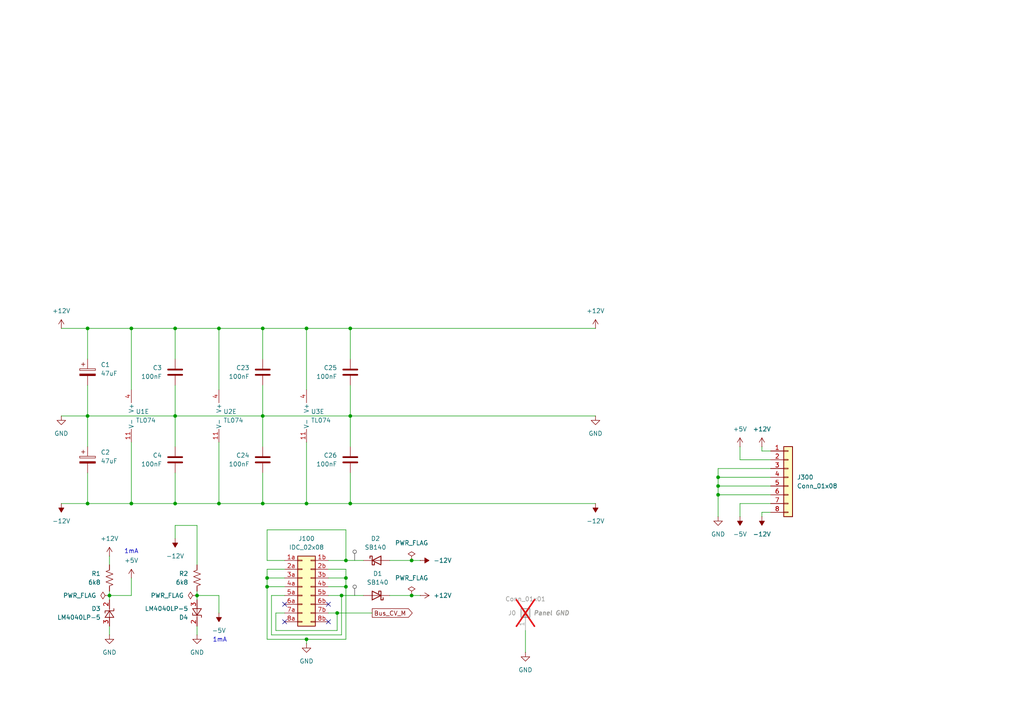
<source format=kicad_sch>
(kicad_sch (version 20250114) (generator "eeschema") (generator_version "9.0")
  (paper "A4")
  (title_block (title "Power Distribution") (company "DMH Instruments") (comment 1 "PCB for 10cm Kosmo format synthesizer module"))
  (lib_symbols
    (symbol "Amplifier_Operational:TL074" (pin_names (offset 0.127))
      (property "Reference" "U" (at 0 5.08 0))
      (property "Value" "TL074" (at 0 -5.08 0))
      (symbol "TL074_1_1"
        (polyline (pts (xy -5.08 5.08) (xy 5.08 0) (xy -5.08 -5.08) (xy -5.08 5.08)) (stroke (width 0.254)) (fill (type background)))
        (pin input line (at -7.62 2.54 0) (length 2.54) (name "+") (number "3"))
        (pin input line (at -7.62 -2.54 0) (length 2.54) (name "-") (number "2"))
        (pin output line (at 7.62 0 180) (length 2.54) (name "~") (number "1"))
      )
      (symbol "TL074_2_1"
        (polyline (pts (xy -5.08 5.08) (xy 5.08 0) (xy -5.08 -5.08) (xy -5.08 5.08)) (stroke (width 0.254)) (fill (type background)))
        (pin input line (at -7.62 2.54 0) (length 2.54) (name "+") (number "5"))
        (pin input line (at -7.62 -2.54 0) (length 2.54) (name "-") (number "6"))
        (pin output line (at 7.62 0 180) (length 2.54) (name "~") (number "7"))
      )
      (symbol "TL074_3_1"
        (polyline (pts (xy -5.08 5.08) (xy 5.08 0) (xy -5.08 -5.08) (xy -5.08 5.08)) (stroke (width 0.254)) (fill (type background)))
        (pin input line (at -7.62 2.54 0) (length 2.54) (name "+") (number "10"))
        (pin input line (at -7.62 -2.54 0) (length 2.54) (name "-") (number "9"))
        (pin output line (at 7.62 0 180) (length 2.54) (name "~") (number "8"))
      )
      (symbol "TL074_4_1"
        (polyline (pts (xy -5.08 5.08) (xy 5.08 0) (xy -5.08 -5.08) (xy -5.08 5.08)) (stroke (width 0.254)) (fill (type background)))
        (pin input line (at -7.62 2.54 0) (length 2.54) (name "+") (number "12"))
        (pin input line (at -7.62 -2.54 0) (length 2.54) (name "-") (number "13"))
        (pin output line (at 7.62 0 180) (length 2.54) (name "~") (number "14"))
      )
      (symbol "TL074_5_1"
        (pin power_in line (at -2.54 7.62 270) (length 3.81) (name "V+") (number "4"))
        (pin power_in line (at -2.54 -7.62 90) (length 3.81) (name "V-") (number "11"))
      )
    )
    (symbol "Connector_Generic:Conn_01x01" (pin_names (offset 1.016) (hide yes))
      (property "Reference" "J" (at 0 2.54 0))
      (property "Value" "Conn_01x01" (at 0 -2.54 0))
      (symbol "Conn_01x01_1_1"
        (rectangle (start -1.27 1.27) (end 1.27 -1.27) (stroke (width 0.254)) (fill (type background)))
        (rectangle (start -1.27 0.127) (end 0 -0.127) (stroke (width 0.1524)))
        (pin passive line (at -5.08 0 0) (length 3.81) (name "Pin_1") (number "1"))
      )
    )
    (symbol "Connector_Generic:Conn_01x08" (pin_names (offset 1.016) (hide yes))
      (property "Reference" "J" (at 0 10.16 0))
      (property "Value" "Conn_01x08" (at 0 -12.7 0))
      (symbol "Conn_01x08_1_1"
        (rectangle (start -1.27 8.89) (end 1.27 -11.43) (stroke (width 0.254)) (fill (type background)))
        (rectangle (start -1.27 7.747) (end 0 7.493) (stroke (width 0.1524)))
        (rectangle (start -1.27 5.207) (end 0 4.953) (stroke (width 0.1524)))
        (rectangle (start -1.27 2.667) (end 0 2.413) (stroke (width 0.1524)))
        (rectangle (start -1.27 0.127) (end 0 -0.127) (stroke (width 0.1524)))
        (rectangle (start -1.27 -2.413) (end 0 -2.667) (stroke (width 0.1524)))
        (rectangle (start -1.27 -4.953) (end 0 -5.207) (stroke (width 0.1524)))
        (rectangle (start -1.27 -7.493) (end 0 -7.747) (stroke (width 0.1524)))
        (rectangle (start -1.27 -10.033) (end 0 -10.287) (stroke (width 0.1524)))
        (pin passive line (at -5.08 7.62 0) (length 3.81) (name "Pin_1") (number "1"))
        (pin passive line (at -5.08 5.08 0) (length 3.81) (name "Pin_2") (number "2"))
        (pin passive line (at -5.08 2.54 0) (length 3.81) (name "Pin_3") (number "3"))
        (pin passive line (at -5.08 0 0) (length 3.81) (name "Pin_4") (number "4"))
        (pin passive line (at -5.08 -2.54 0) (length 3.81) (name "Pin_5") (number "5"))
        (pin passive line (at -5.08 -5.08 0) (length 3.81) (name "Pin_6") (number "6"))
        (pin passive line (at -5.08 -7.62 0) (length 3.81) (name "Pin_7") (number "7"))
        (pin passive line (at -5.08 -10.16 0) (length 3.81) (name "Pin_8") (number "8"))
      )
    )
    (symbol "Device:C" (pin_numbers (hide yes)) (pin_names (offset 0.254))
      (property "Reference" "C" (at 0.635 2.54 0))
      (property "Value" "C" (at 0.635 -2.54 0))
      (symbol "C_0_1"
        (polyline (pts (xy -2.032 0.762) (xy 2.032 0.762)) (stroke (width 0.508)))
        (polyline (pts (xy -2.032 -0.762) (xy 2.032 -0.762)) (stroke (width 0.508)))
      )
      (symbol "C_1_1"
        (pin passive line (at 0 3.81 270) (length 2.794) (name "~") (number "1"))
        (pin passive line (at 0 -3.81 90) (length 2.794) (name "~") (number "2"))
      )
    )
    (symbol "Device:C_Polarized" (pin_numbers (hide yes)) (pin_names (offset 0.254))
      (property "Reference" "C" (at 0.635 2.54 0))
      (property "Value" "C_Polarized" (at 0.635 -2.54 0))
      (symbol "C_Polarized_0_1"
        (rectangle (start -2.286 0.508) (end 2.286 1.016))
        (polyline (pts (xy -1.778 2.286) (xy -0.762 2.286)))
        (polyline (pts (xy -1.27 2.794) (xy -1.27 1.778)))
        (rectangle (start 2.286 -0.508) (end -2.286 -1.016) (fill (type outline)))
      )
      (symbol "C_Polarized_1_1"
        (pin passive line (at 0 3.81 270) (length 2.794) (name "~") (number "1"))
        (pin passive line (at 0 -3.81 90) (length 2.794) (name "~") (number "2"))
      )
    )
    (symbol "Device:R_US" (pin_numbers (hide yes)) (pin_names (offset 0))
      (property "Reference" "R" (at 2.54 0 90))
      (property "Value" "R_US" (at -2.54 0 90))
      (symbol "R_US_0_1"
        (polyline (pts (xy 0 2.286) (xy 0 2.54)))
        (polyline (pts (xy 0 2.286) (xy 1.016 1.905) (xy 0 1.524) (xy -1.016 1.143) (xy 0 0.762)))
        (polyline (pts (xy 0 0.762) (xy 1.016 0.381) (xy 0 0) (xy -1.016 -0.381) (xy 0 -0.762)))
        (polyline (pts (xy 0 -0.762) (xy 1.016 -1.143) (xy 0 -1.524) (xy -1.016 -1.905) (xy 0 -2.286)))
        (polyline (pts (xy 0 -2.286) (xy 0 -2.54)))
      )
      (symbol "R_US_1_1"
        (pin passive line (at 0 3.81 270) (length 1.27) (name "~") (number "1"))
        (pin passive line (at 0 -3.81 90) (length 1.27) (name "~") (number "2"))
      )
    )
    (symbol "Diode:SB140" (pin_numbers (hide yes)) (pin_names (offset 1.016) (hide yes))
      (property "Reference" "D" (at 0 2.54 0))
      (property "Value" "SB140" (at 0 -2.54 0))
      (symbol "SB140_0_1"
        (polyline (pts (xy -1.905 0.635) (xy -1.905 1.27) (xy -1.27 1.27) (xy -1.27 -1.27) (xy -0.635 -1.27) (xy -0.635 -0.635)) (stroke (width 0.254)))
        (polyline (pts (xy 1.27 1.27) (xy 1.27 -1.27) (xy -1.27 0) (xy 1.27 1.27)) (stroke (width 0.254)))
        (polyline (pts (xy 1.27 0) (xy -1.27 0)))
      )
      (symbol "SB140_1_1"
        (pin passive line (at -3.81 0 0) (length 2.54) (name "K") (number "1"))
        (pin passive line (at 3.81 0 180) (length 2.54) (name "A") (number "2"))
      )
    )
    (symbol "Reference_Voltage:LM4040LP-5" (pin_names (offset 0.0254) (hide yes))
      (property "Reference" "U" (at 0 2.54 0))
      (property "Value" "LM4040LP-5" (at 0 -3.175 0))
      (symbol "LM4040LP-5_0_1"
        (polyline (pts (xy -1.27 0) (xy 0 0) (xy 1.27 0)))
        (polyline (pts (xy -1.27 -1.27) (xy 0.635 0) (xy -1.27 1.27) (xy -1.27 -1.27)) (stroke (width 0.2032)))
        (polyline (pts (xy 0 -1.27) (xy 0.635 -1.27) (xy 0.635 1.27) (xy 1.27 1.27)) (stroke (width 0.2032)))
      )
      (symbol "LM4040LP-5_1_1"
        (pin passive line (at -3.81 0 0) (length 2.54) (name "A") (number "3"))
        (pin passive line (at 3.81 0 180) (length 2.54) (name "K") (number "2"))
      )
    )
    (symbol "SynthStuff:Eurorack_Power_Connector_16Pin" (pin_names (offset 1.016) (hide yes))
      (property "Reference" "J" (at 1.27 -16.51 0))
      (property "Value" "IDC_02x08" (at 1.27 -13.97 0))
      (symbol "Eurorack_Power_Connector_16Pin_1_1"
        (rectangle (start -1.27 8.89) (end 3.81 -11.43) (stroke (width 0.254)) (fill (type background)))
        (rectangle (start -1.27 7.747) (end 0 7.493) (stroke (width 0.1524)))
        (rectangle (start -1.27 5.207) (end 0 4.953) (stroke (width 0.1524)))
        (rectangle (start -1.27 2.667) (end 0 2.413) (stroke (width 0.1524)))
        (rectangle (start -1.27 0.127) (end 0 -0.127) (stroke (width 0.1524)))
        (rectangle (start -1.27 -2.413) (end 0 -2.667) (stroke (width 0.1524)))
        (rectangle (start -1.27 -4.953) (end 0 -5.207) (stroke (width 0.1524)))
        (rectangle (start -1.27 -7.493) (end 0 -7.747) (stroke (width 0.1524)))
        (rectangle (start -1.27 -10.033) (end 0 -10.287) (stroke (width 0.1524)))
        (rectangle (start 3.81 7.747) (end 2.54 7.493) (stroke (width 0.1524)))
        (rectangle (start 3.81 5.207) (end 2.54 4.953) (stroke (width 0.1524)))
        (rectangle (start 3.81 2.667) (end 2.54 2.413) (stroke (width 0.1524)))
        (rectangle (start 3.81 0.127) (end 2.54 -0.127) (stroke (width 0.1524)))
        (rectangle (start 3.81 -2.413) (end 2.54 -2.667) (stroke (width 0.1524)))
        (rectangle (start 3.81 -4.953) (end 2.54 -5.207) (stroke (width 0.1524)))
        (rectangle (start 3.81 -7.493) (end 2.54 -7.747) (stroke (width 0.1524)))
        (rectangle (start 3.81 -10.033) (end 2.54 -10.287) (stroke (width 0.1524)))
        (pin power_out line (at -5.08 7.62 0) (length 3.81) (name "Pin_1a") (number "1a"))
        (pin power_out line (at -5.08 5.08 0) (length 3.81) (name "Pin_2a") (number "2a"))
        (pin passive line (at -5.08 2.54 0) (length 3.81) (name "Pin_3a") (number "3a"))
        (pin passive line (at -5.08 0 0) (length 3.81) (name "Pin_4a") (number "4a"))
        (pin power_out line (at -5.08 -2.54 0) (length 3.81) (name "Pin_5a") (number "5a"))
        (pin power_out line (at -5.08 -5.08 0) (length 3.81) (name "Pin_6a") (number "6a"))
        (pin passive line (at -5.08 -7.62 0) (length 3.81) (name "Pin_7a") (number "7a"))
        (pin passive line (at -5.08 -10.16 0) (length 3.81) (name "Pin_8a") (number "8a"))
        (pin passive line (at 7.62 7.62 180) (length 3.81) (name "Pin_1b") (number "1b"))
        (pin passive line (at 7.62 5.08 180) (length 3.81) (name "Pin_2b") (number "2b"))
        (pin passive line (at 7.62 2.54 180) (length 3.81) (name "Pin_3b") (number "3b"))
        (pin passive line (at 7.62 0 180) (length 3.81) (name "Pin_4b") (number "4b"))
        (pin passive line (at 7.62 -2.54 180) (length 3.81) (name "Pin_5b") (number "5b"))
        (pin passive line (at 7.62 -5.08 180) (length 3.81) (name "Pin_6b") (number "6b"))
        (pin passive line (at 7.62 -7.62 180) (length 3.81) (name "Pin_7b") (number "7b"))
        (pin passive line (at 7.62 -10.16 180) (length 3.81) (name "Pin_8b") (number "8b"))
      )
    )
    (symbol "power:+12V" (power) (pin_numbers (hide yes)) (pin_names (offset 0) (hide yes))
      (property "Value" "+12V" (at 0 3.556 0))
      (symbol "+12V_0_1"
        (polyline (pts (xy -0.762 1.27) (xy 0 2.54)))
        (polyline (pts (xy 0 2.54) (xy 0.762 1.27)))
        (polyline (pts (xy 0 0) (xy 0 2.54)))
      )
      (symbol "+12V_1_1"
        (pin power_in line (at 0 0 90) (length 0) (name "~") (number "1"))
      )
    )
    (symbol "power:+5V" (power) (pin_numbers (hide yes)) (pin_names (offset 0) (hide yes))
      (property "Value" "+5V" (at 0 3.556 0))
      (symbol "+5V_0_1"
        (polyline (pts (xy -0.762 1.27) (xy 0 2.54)))
        (polyline (pts (xy 0 2.54) (xy 0.762 1.27)))
        (polyline (pts (xy 0 0) (xy 0 2.54)))
      )
      (symbol "+5V_1_1"
        (pin power_in line (at 0 0 90) (length 0) (name "~") (number "1"))
      )
    )
    (symbol "power:-12V" (power) (pin_numbers (hide yes)) (pin_names (offset 0) (hide yes))
      (property "Value" "-12V" (at 0 3.556 0))
      (symbol "-12V_0_0"
        (pin power_in line (at 0 0 90) (length 0) (name "~") (number "1"))
      )
      (symbol "-12V_0_1"
        (polyline (pts (xy 0 0) (xy 0 1.27) (xy 0.762 1.27) (xy 0 2.54) (xy -0.762 1.27) (xy 0 1.27)) (fill (type outline)))
      )
    )
    (symbol "power:-5V" (power) (pin_numbers (hide yes)) (pin_names (offset 0) (hide yes))
      (property "Value" "-5V" (at 0 3.556 0))
      (symbol "-5V_0_0"
        (pin power_in line (at 0 0 90) (length 0) (name "~") (number "1"))
      )
      (symbol "-5V_0_1"
        (polyline (pts (xy 0 0) (xy 0 1.27) (xy 0.762 1.27) (xy 0 2.54) (xy -0.762 1.27) (xy 0 1.27)) (fill (type outline)))
      )
    )
    (symbol "power:GND" (power) (pin_numbers (hide yes)) (pin_names (offset 0) (hide yes))
      (property "Value" "GND" (at 0 -3.81 0))
      (symbol "GND_0_1"
        (polyline (pts (xy 0 0) (xy 0 -1.27) (xy 1.27 -1.27) (xy 0 -2.54) (xy -1.27 -1.27) (xy 0 -1.27)))
      )
      (symbol "GND_1_1"
        (pin power_in line (at 0 0 270) (length 0) (name "~") (number "1"))
      )
    )
    (symbol "power:PWR_FLAG" (power) (pin_numbers (hide yes)) (pin_names (offset 0) (hide yes))
      (property "Value" "PWR_FLAG" (at 0 3.81 0))
      (symbol "PWR_FLAG_0_0"
        (pin power_out line (at 0 0 90) (length 0) (name "~") (number "1"))
      )
      (symbol "PWR_FLAG_0_1"
        (polyline (pts (xy 0 0) (xy 0 1.27) (xy -1.016 1.905) (xy 0 2.54) (xy 1.016 1.905) (xy 0 1.27)))
      )
    )
  )
  (text "1mA" (at 63.754 185.674 0) (effects (font (size 1.27 1.27))))
  (text "1mA" (at 38.1 160.02 0) (effects (font (size 1.27 1.27))))
  (junction (at 119.38 162.56))
  (junction (at 101.6 120.65))
  (junction (at 208.28 138.43))
  (junction (at 76.2 95.25))
  (junction (at 50.8 120.65))
  (junction (at 25.4 146.05))
  (junction (at 208.28 140.97))
  (junction (at 50.8 146.05))
  (junction (at 88.9 146.05))
  (junction (at 101.6 146.05))
  (junction (at 208.28 143.51))
  (junction (at 38.1 146.05))
  (junction (at 99.06 172.72))
  (junction (at 38.1 95.25))
  (junction (at 88.9 95.25))
  (junction (at 57.15 172.72))
  (junction (at 119.38 172.72))
  (junction (at 31.75 172.72))
  (junction (at 50.8 95.25))
  (junction (at 88.9 185.42))
  (junction (at 97.79 177.8))
  (junction (at 25.4 120.65))
  (junction (at 63.5 95.25))
  (junction (at 100.33 167.64))
  (junction (at 101.6 95.25))
  (junction (at 100.33 170.18))
  (junction (at 76.2 146.05))
  (junction (at 76.2 120.65))
  (junction (at 77.47 170.18))
  (junction (at 100.33 162.56))
  (junction (at 25.4 95.25))
  (junction (at 63.5 146.05))
  (junction (at 77.47 167.64))
  (no_connect (at 95.25 180.34))
  (no_connect (at 82.55 175.26))
  (no_connect (at 95.25 175.26))
  (no_connect (at 82.55 180.34))
  (wire (pts (xy 76.2 111.76) (xy 76.2 120.65)))
  (wire (pts (xy 77.47 153.67) (xy 100.33 153.67)))
  (wire (pts (xy 220.98 129.54) (xy 220.98 130.81)))
  (wire (pts (xy 97.79 177.8) (xy 107.95 177.8)))
  (wire (pts (xy 25.4 146.05) (xy 38.1 146.05)))
  (wire (pts (xy 100.33 165.1) (xy 100.33 167.64)))
  (wire (pts (xy 214.63 129.54) (xy 214.63 133.35)))
  (wire (pts (xy 208.28 143.51) (xy 208.28 140.97)))
  (wire (pts (xy 76.2 137.16) (xy 76.2 146.05)))
  (wire (pts (xy 99.06 184.15) (xy 78.74 184.15)))
  (wire (pts (xy 63.5 172.72) (xy 57.15 172.72)))
  (wire (pts (xy 95.25 172.72) (xy 99.06 172.72)))
  (wire (pts (xy 77.47 162.56) (xy 77.47 153.67)))
  (wire (pts (xy 63.5 95.25) (xy 76.2 95.25)))
  (wire (pts (xy 17.78 120.65) (xy 25.4 120.65)))
  (wire (pts (xy 76.2 120.65) (xy 101.6 120.65)))
  (wire (pts (xy 208.28 140.97) (xy 223.52 140.97)))
  (wire (pts (xy 100.33 170.18) (xy 95.25 170.18)))
  (wire (pts (xy 82.55 177.8) (xy 80.01 177.8)))
  (wire (pts (xy 38.1 146.05) (xy 50.8 146.05)))
  (wire (pts (xy 38.1 172.72) (xy 31.75 172.72)))
  (wire (pts (xy 101.6 95.25) (xy 172.72 95.25)))
  (wire (pts (xy 57.15 181.61) (xy 57.15 184.15)))
  (wire (pts (xy 63.5 95.25) (xy 63.5 113.03)))
  (wire (pts (xy 31.75 171.45) (xy 31.75 172.72)))
  (wire (pts (xy 113.03 172.72) (xy 119.38 172.72)))
  (wire (pts (xy 76.2 120.65) (xy 76.2 129.54)))
  (wire (pts (xy 88.9 95.25) (xy 88.9 113.03)))
  (wire (pts (xy 97.79 182.88) (xy 97.79 177.8)))
  (wire (pts (xy 77.47 167.64) (xy 77.47 170.18)))
  (wire (pts (xy 38.1 128.27) (xy 38.1 146.05)))
  (wire (pts (xy 25.4 95.25) (xy 25.4 104.14)))
  (wire (pts (xy 100.33 162.56) (xy 105.41 162.56)))
  (wire (pts (xy 76.2 95.25) (xy 88.9 95.25)))
  (wire (pts (xy 208.28 138.43) (xy 208.28 135.89)))
  (wire (pts (xy 208.28 140.97) (xy 208.28 138.43)))
  (wire (pts (xy 119.38 162.56) (xy 121.92 162.56)))
  (wire (pts (xy 17.78 95.25) (xy 25.4 95.25)))
  (wire (pts (xy 31.75 172.72) (xy 31.75 173.99)))
  (wire (pts (xy 100.33 185.42) (xy 100.33 170.18)))
  (wire (pts (xy 31.75 181.61) (xy 31.75 184.15)))
  (wire (pts (xy 38.1 95.25) (xy 50.8 95.25)))
  (wire (pts (xy 63.5 172.72) (xy 63.5 177.8)))
  (wire (pts (xy 76.2 146.05) (xy 88.9 146.05)))
  (wire (pts (xy 214.63 133.35) (xy 223.52 133.35)))
  (wire (pts (xy 25.4 95.25) (xy 38.1 95.25)))
  (wire (pts (xy 50.8 120.65) (xy 50.8 129.54)))
  (wire (pts (xy 208.28 138.43) (xy 223.52 138.43)))
  (wire (pts (xy 220.98 149.86) (xy 220.98 148.59)))
  (wire (pts (xy 208.28 135.89) (xy 223.52 135.89)))
  (wire (pts (xy 38.1 95.25) (xy 38.1 113.03)))
  (wire (pts (xy 152.4 182.88) (xy 152.4 189.23)))
  (wire (pts (xy 50.8 120.65) (xy 76.2 120.65)))
  (wire (pts (xy 88.9 185.42) (xy 88.9 186.69)))
  (wire (pts (xy 119.38 172.72) (xy 121.92 172.72)))
  (wire (pts (xy 78.74 184.15) (xy 78.74 172.72)))
  (wire (pts (xy 50.8 152.4) (xy 50.8 156.21)))
  (wire (pts (xy 82.55 170.18) (xy 77.47 170.18)))
  (wire (pts (xy 101.6 111.76) (xy 101.6 120.65)))
  (wire (pts (xy 82.55 162.56) (xy 77.47 162.56)))
  (wire (pts (xy 31.75 161.29) (xy 31.75 163.83)))
  (wire (pts (xy 25.4 111.76) (xy 25.4 120.65)))
  (wire (pts (xy 220.98 148.59) (xy 223.52 148.59)))
  (wire (pts (xy 77.47 170.18) (xy 77.47 185.42)))
  (wire (pts (xy 25.4 120.65) (xy 25.4 129.54)))
  (wire (pts (xy 77.47 165.1) (xy 77.47 167.64)))
  (wire (pts (xy 57.15 172.72) (xy 57.15 173.99)))
  (wire (pts (xy 101.6 95.25) (xy 101.6 104.14)))
  (wire (pts (xy 220.98 130.81) (xy 223.52 130.81)))
  (wire (pts (xy 38.1 167.64) (xy 38.1 172.72)))
  (wire (pts (xy 57.15 152.4) (xy 50.8 152.4)))
  (wire (pts (xy 82.55 165.1) (xy 77.47 165.1)))
  (wire (pts (xy 99.06 172.72) (xy 105.41 172.72)))
  (wire (pts (xy 50.8 95.25) (xy 63.5 95.25)))
  (wire (pts (xy 80.01 177.8) (xy 80.01 182.88)))
  (wire (pts (xy 101.6 137.16) (xy 101.6 146.05)))
  (wire (pts (xy 80.01 182.88) (xy 97.79 182.88)))
  (wire (pts (xy 57.15 152.4) (xy 57.15 163.83)))
  (wire (pts (xy 57.15 171.45) (xy 57.15 172.72)))
  (wire (pts (xy 50.8 95.25) (xy 50.8 104.14)))
  (wire (pts (xy 63.5 128.27) (xy 63.5 146.05)))
  (wire (pts (xy 214.63 149.86) (xy 214.63 146.05)))
  (wire (pts (xy 208.28 143.51) (xy 223.52 143.51)))
  (wire (pts (xy 95.25 177.8) (xy 97.79 177.8)))
  (wire (pts (xy 101.6 120.65) (xy 172.72 120.65)))
  (wire (pts (xy 25.4 137.16) (xy 25.4 146.05)))
  (wire (pts (xy 100.33 153.67) (xy 100.33 162.56)))
  (wire (pts (xy 113.03 162.56) (xy 119.38 162.56)))
  (wire (pts (xy 99.06 172.72) (xy 99.06 184.15)))
  (wire (pts (xy 88.9 185.42) (xy 100.33 185.42)))
  (wire (pts (xy 95.25 162.56) (xy 100.33 162.56)))
  (wire (pts (xy 50.8 146.05) (xy 63.5 146.05)))
  (wire (pts (xy 100.33 167.64) (xy 100.33 170.18)))
  (wire (pts (xy 50.8 137.16) (xy 50.8 146.05)))
  (wire (pts (xy 17.78 146.05) (xy 25.4 146.05)))
  (wire (pts (xy 77.47 185.42) (xy 88.9 185.42)))
  (wire (pts (xy 101.6 146.05) (xy 172.72 146.05)))
  (wire (pts (xy 50.8 111.76) (xy 50.8 120.65)))
  (wire (pts (xy 88.9 128.27) (xy 88.9 146.05)))
  (wire (pts (xy 63.5 146.05) (xy 76.2 146.05)))
  (wire (pts (xy 214.63 146.05) (xy 223.52 146.05)))
  (wire (pts (xy 88.9 146.05) (xy 101.6 146.05)))
  (wire (pts (xy 95.25 167.64) (xy 100.33 167.64)))
  (wire (pts (xy 101.6 120.65) (xy 101.6 129.54)))
  (wire (pts (xy 95.25 165.1) (xy 100.33 165.1)))
  (wire (pts (xy 208.28 149.86) (xy 208.28 143.51)))
  (wire (pts (xy 76.2 95.25) (xy 76.2 104.14)))
  (wire (pts (xy 82.55 167.64) (xy 77.47 167.64)))
  (wire (pts (xy 25.4 120.65) (xy 50.8 120.65)))
  (wire (pts (xy 88.9 95.25) (xy 101.6 95.25)))
  (wire (pts (xy 78.74 172.72) (xy 82.55 172.72)))
  (global_label "Bus_CV_M" (shape output) (at 107.95 177.8 0) (property "Intersheetrefs" "${INTERSHEET_REFS}" (effects (hide yes))))
  (netclass_flag "" (length 2.54) (shape round) (at 102.87 162.56 0) (property "Netclass" "Power" (effects (hide yes))))
  (netclass_flag "" (length 2.54) (shape round) (at 102.87 172.72 0) (property "Netclass" "Power" (effects (hide yes))))
  (symbol (lib_id "Device:C") (at 76.2 107.95 0) (mirror y) (unit 1)
    (property "Reference" "C23" (at 72.39 106.6799 0) (effects (justify left)))
    (property "Value" "100nF" (at 72.39 109.2199 0) (effects (justify left)))
    (property "Footprint" "Capacitor_THT:C_Disc_D4.3mm_W1.9mm_P5.00mm" (effects (hide yes)))
    (property "Description" "Unpolarized capacitor" (effects (hide yes)))
  )
  (symbol (lib_id "Diode:SB140") (at 109.22 162.56 0) (unit 1)
    (property "Reference" "D2" (at 108.9025 156.21 0))
    (property "Value" "SB140" (at 108.9025 158.75 0))
    (property "Footprint" "Diode_THT:D_DO-41_SOD81_P10.16mm_Horizontal" (effects (hide yes)))
    (property "Datasheet" "http://www.diodes.com/_files/datasheets/ds23022.pdf" (effects (hide yes)))
    (property "Description" "40V 1A Schottky Barrier Rectifier Diode, DO-41" (effects (hide yes)))
  )
  (symbol (lib_id "Device:C_Polarized") (at 25.4 133.35 0) (unit 1)
    (property "Reference" "C2" (at 29.21 131.1909 0) (effects (justify left)))
    (property "Value" "47uF" (at 29.21 133.7309 0) (effects (justify left)))
    (property "Footprint" "Capacitor_THT:CP_Radial_D5.0mm_P2.00mm" (effects (hide yes)))
    (property "Description" "Polarized capacitor" (effects (hide yes)))
  )
  (symbol (lib_id "Connector_Generic:Conn_01x08") (at 228.6 138.43 0) (unit 1) (on_board no)
    (property "Reference" "J300" (at 231.14 138.4299 0) (effects (justify left)))
    (property "Value" "Conn_01x08" (at 231.14 140.9699 0) (effects (justify left)))
    (property "Footprint" "Connector_PinHeader_2.54mm:PinHeader_1x08_P2.54mm_Vertical" (effects (hide yes)))
    (property "Description" "Generic connector, single row, 01x08, script generated (kicad-library-utils/schlib/autogen/connector/)" (effects (hide yes)))
  )
  (symbol (lib_id "Device:C") (at 101.6 107.95 0) (mirror y) (unit 1)
    (property "Reference" "C25" (at 97.79 106.6799 0) (effects (justify left)))
    (property "Value" "100nF" (at 97.79 109.2199 0) (effects (justify left)))
    (property "Footprint" "Capacitor_THT:C_Disc_D4.3mm_W1.9mm_P5.00mm" (effects (hide yes)))
    (property "Description" "Unpolarized capacitor" (effects (hide yes)))
  )
  (symbol (lib_id "power:+12V") (at 17.78 95.25 0) (unit 1)
    (property "Reference" "#PWR013" (effects (hide yes)))
    (property "Value" "+12V" (at 17.78 90.17 0))
    (property "Description" "Power symbol creates a global label with name \"+12V\"" (effects (hide yes)))
  )
  (symbol (lib_id "Reference_Voltage:LM4040LP-5") (at 57.15 177.8 270) (unit 1)
    (property "Reference" "D4" (at 54.61 179.0701 90) (effects (justify right)))
    (property "Value" "LM4040LP-5" (at 54.61 176.5301 90) (effects (justify right)))
    (property "Footprint" "Package_TO_SOT_THT:TO-92_Inline" (effects (hide yes)))
    (property "Datasheet" "http://www.ti.com/lit/ds/symlink/lm4040-n.pdf" (effects (hide yes)))
    (property "Description" "5.000V Precision Micropower Shunt Voltage Reference, TO-92" (effects (hide yes)))
  )
  (symbol (lib_id "power:GND") (at 88.9 186.69 0) (unit 1)
    (property "Reference" "#PWR05" (effects (hide yes)))
    (property "Value" "GND" (at 88.9 191.77 0))
    (property "Description" "Power symbol creates a global label with name \"GND\" , ground" (effects (hide yes)))
  )
  (symbol (lib_id "Device:C") (at 76.2 133.35 0) (mirror y) (unit 1)
    (property "Reference" "C24" (at 72.39 132.0799 0) (effects (justify left)))
    (property "Value" "100nF" (at 72.39 134.6199 0) (effects (justify left)))
    (property "Footprint" "Capacitor_THT:C_Disc_D4.3mm_W1.9mm_P5.00mm" (effects (hide yes)))
    (property "Description" "Unpolarized capacitor" (effects (hide yes)))
  )
  (symbol (lib_id "power:+12V") (at 220.98 129.54 0) (unit 1)
    (property "Reference" "#PWR075" (effects (hide yes)))
    (property "Value" "+12V" (at 220.98 124.46 0))
    (property "Description" "Power symbol creates a global label with name \"+12V\"" (effects (hide yes)))
  )
  (symbol (lib_id "power:-12V") (at 121.92 162.56 270) (unit 1)
    (property "Reference" "#PWR06" (effects (hide yes)))
    (property "Value" "-12V" (at 125.73 162.5599 90) (effects (justify left)))
    (property "Description" "Power symbol creates a global label with name \"-12V\"" (effects (hide yes)))
  )
  (symbol (lib_id "Device:C") (at 50.8 133.35 0) (mirror y) (unit 1)
    (property "Reference" "C4" (at 46.99 132.0799 0) (effects (justify left)))
    (property "Value" "100nF" (at 46.99 134.6199 0) (effects (justify left)))
    (property "Footprint" "Capacitor_THT:C_Disc_D4.3mm_W1.9mm_P5.00mm" (effects (hide yes)))
    (property "Description" "Unpolarized capacitor" (effects (hide yes)))
  )
  (symbol (lib_id "power:-12V") (at 17.78 146.05 180) (unit 1)
    (property "Reference" "#PWR017" (effects (hide yes)))
    (property "Value" "-12V" (at 17.78 151.13 0))
    (property "Description" "Power symbol creates a global label with name \"-12V\"" (effects (hide yes)))
  )
  (symbol (lib_id "Device:R_US") (at 31.75 167.64 0) (mirror y) (unit 1) (on_board no)
    (property "Reference" "R1" (at 29.21 166.3699 0) (effects (justify left)))
    (property "Value" "6k8" (at 29.21 168.9099 0) (effects (justify left)))
    (property "Footprint" "Resistor_THT:R_Axial_DIN0207_L6.3mm_D2.5mm_P7.62mm_Horizontal" (effects (hide yes)))
    (property "Description" "Resistor, US symbol" (effects (hide yes)))
  )
  (symbol (lib_id "Device:C") (at 50.8 107.95 0) (mirror y) (unit 1)
    (property "Reference" "C3" (at 46.99 106.6799 0) (effects (justify left)))
    (property "Value" "100nF" (at 46.99 109.2199 0) (effects (justify left)))
    (property "Footprint" "Capacitor_THT:C_Disc_D4.3mm_W1.9mm_P5.00mm" (effects (hide yes)))
    (property "Description" "Unpolarized capacitor" (effects (hide yes)))
  )
  (symbol (lib_id "Device:C") (at 101.6 133.35 0) (mirror y) (unit 1)
    (property "Reference" "C26" (at 97.79 132.0799 0) (effects (justify left)))
    (property "Value" "100nF" (at 97.79 134.6199 0) (effects (justify left)))
    (property "Footprint" "Capacitor_THT:C_Disc_D4.3mm_W1.9mm_P5.00mm" (effects (hide yes)))
    (property "Description" "Unpolarized capacitor" (effects (hide yes)))
  )
  (symbol (lib_id "power:GND") (at 152.4 189.23 0) (unit 1)
    (property "Reference" "#PWR08" (effects (hide yes)))
    (property "Value" "GND" (at 152.4 194.31 0))
    (property "Description" "Power symbol creates a global label with name \"GND\" , ground" (effects (hide yes)))
  )
  (symbol (lib_id "power:GND") (at 57.15 184.15 0) (unit 1)
    (property "Reference" "#PWR010" (effects (hide yes)))
    (property "Value" "GND" (at 57.15 189.23 0))
    (property "Description" "Power symbol creates a global label with name \"GND\" , ground" (effects (hide yes)))
  )
  (symbol (lib_id "Amplifier_Operational:TL074") (at 66.04 120.65 0) (unit 5)
    (property "Reference" "U2" (at 64.77 119.3799 0) (effects (justify left)))
    (property "Value" "TL074" (at 64.77 121.9199 0) (effects (justify left)))
    (property "Footprint" "Package_DIP:DIP-14_W7.62mm_Socket" (effects (hide yes)))
    (property "Datasheet" "http://www.ti.com/lit/ds/symlink/tl071.pdf" (effects (hide yes)))
    (property "Description" "Quad Low-Noise JFET-Input Operational Amplifiers, DIP-14/SOIC-14" (effects (hide yes)))
  )
  (symbol (lib_id "power:-5V") (at 63.5 177.8 180) (unit 1)
    (property "Reference" "#PWR04" (effects (hide yes)))
    (property "Value" "-5V" (at 63.5 182.88 0))
    (property "Description" "Power symbol creates a global label with name \"-5V\"" (effects (hide yes)))
  )
  (symbol (lib_id "Connector_Generic:Conn_01x01") (at 152.4 177.8 90) (unit 1) (in_bom no) (dnp yes)
    (property "Reference" "J0" (at 147.32 177.8 90) (effects (justify right)))
    (property "Value" "Conn_01x01" (at 152.4 173.736 90))
    (property "Footprint" "Connector_PinHeader_2.54mm:PinHeader_1x01_P2.54mm_Vertical" (effects (hide yes)))
    (property "Description" "Generic connector, single row, 01x01, script generated (kicad-library-utils/schlib/autogen/connector/)" (effects (hide yes)))
    (property "Function" "Panel GND" (at 160.02 177.8 90) (effects (font (thickness 0.254) (bold yes) (italic yes))))
  )
  (symbol (lib_id "power:+12V") (at 121.92 172.72 270) (unit 1)
    (property "Reference" "#PWR07" (effects (hide yes)))
    (property "Value" "+12V" (at 125.73 172.7199 90) (effects (justify left)))
    (property "Description" "Power symbol creates a global label with name \"+12V\"" (effects (hide yes)))
  )
  (symbol (lib_id "power:-12V") (at 50.8 156.21 180) (unit 1)
    (property "Reference" "#PWR01" (effects (hide yes)))
    (property "Value" "-12V" (at 50.8 161.29 0))
    (property "Description" "Power symbol creates a global label with name \"-12V\"" (effects (hide yes)))
  )
  (symbol (lib_id "Reference_Voltage:LM4040LP-5") (at 31.75 177.8 270) (mirror x) (unit 1)
    (property "Reference" "D3" (at 29.21 176.5299 90) (effects (justify right)))
    (property "Value" "LM4040LP-5" (at 29.21 179.0699 90) (effects (justify right)))
    (property "Footprint" "Package_TO_SOT_THT:TO-92_Inline" (effects (hide yes)))
    (property "Datasheet" "http://www.ti.com/lit/ds/symlink/lm4040-n.pdf" (effects (hide yes)))
    (property "Description" "5.000V Precision Micropower Shunt Voltage Reference, TO-92" (effects (hide yes)))
  )
  (symbol (lib_id "power:GND") (at 31.75 184.15 0) (unit 1)
    (property "Reference" "#PWR09" (effects (hide yes)))
    (property "Value" "GND" (at 31.75 189.23 0))
    (property "Description" "Power symbol creates a global label with name \"GND\" , ground" (effects (hide yes)))
  )
  (symbol (lib_id "Device:R_US") (at 57.15 167.64 0) (mirror y) (unit 1) (on_board no)
    (property "Reference" "R2" (at 54.61 166.3699 0) (effects (justify left)))
    (property "Value" "6k8" (at 54.61 168.9099 0) (effects (justify left)))
    (property "Footprint" "Resistor_THT:R_Axial_DIN0207_L6.3mm_D2.5mm_P7.62mm_Horizontal" (effects (hide yes)))
    (property "Description" "Resistor, US symbol" (effects (hide yes)))
  )
  (symbol (lib_id "power:GND") (at 17.78 120.65 0) (unit 1)
    (property "Reference" "#PWR015" (effects (hide yes)))
    (property "Value" "GND" (at 17.78 125.73 0))
    (property "Description" "Power symbol creates a global label with name \"GND\" , ground" (effects (hide yes)))
  )
  (symbol (lib_id "power:+5V") (at 214.63 129.54 0) (unit 1)
    (property "Reference" "#PWR076" (effects (hide yes)))
    (property "Value" "+5V" (at 214.63 124.46 0))
    (property "Description" "Power symbol creates a global label with name \"+5V\"" (effects (hide yes)))
  )
  (symbol (lib_id "power:+5V") (at 38.1 167.64 0) (unit 1)
    (property "Reference" "#PWR03" (effects (hide yes)))
    (property "Value" "+5V" (at 38.1 162.56 0))
    (property "Description" "Power symbol creates a global label with name \"+5V\"" (effects (hide yes)))
  )
  (symbol (lib_id "power:+12V") (at 31.75 161.29 0) (unit 1)
    (property "Reference" "#PWR02" (effects (hide yes)))
    (property "Value" "+12V" (at 31.75 156.21 0))
    (property "Description" "Power symbol creates a global label with name \"+12V\"" (effects (hide yes)))
  )
  (symbol (lib_id "power:+12V") (at 172.72 95.25 0) (unit 1)
    (property "Reference" "#PWR014" (effects (hide yes)))
    (property "Value" "+12V" (at 172.72 90.17 0))
    (property "Description" "Power symbol creates a global label with name \"+12V\"" (effects (hide yes)))
  )
  (symbol (lib_id "power:GND") (at 172.72 120.65 0) (unit 1)
    (property "Reference" "#PWR016" (effects (hide yes)))
    (property "Value" "GND" (at 172.72 125.73 0))
    (property "Description" "Power symbol creates a global label with name \"GND\" , ground" (effects (hide yes)))
  )
  (symbol (lib_id "Amplifier_Operational:TL074") (at 91.44 120.65 0) (unit 5)
    (property "Reference" "U3" (at 90.17 119.3799 0) (effects (justify left)))
    (property "Value" "TL074" (at 90.17 121.9199 0) (effects (justify left)))
    (property "Footprint" "Package_DIP:DIP-14_W7.62mm_Socket" (effects (hide yes)))
    (property "Datasheet" "http://www.ti.com/lit/ds/symlink/tl071.pdf" (effects (hide yes)))
    (property "Description" "Quad Low-Noise JFET-Input Operational Amplifiers, DIP-14/SOIC-14" (effects (hide yes)))
  )
  (symbol (lib_id "power:PWR_FLAG") (at 119.38 162.56 0) (unit 1)
    (property "Reference" "#FLG04" (effects (hide yes)))
    (property "Value" "PWR_FLAG" (at 119.38 157.48 0))
    (property "Description" "Special symbol for telling ERC where power comes from" (effects (hide yes)))
  )
  (symbol (lib_id "power:PWR_FLAG") (at 57.15 172.72 90) (unit 1)
    (property "Reference" "#FLG02" (effects (hide yes)))
    (property "Value" "PWR_FLAG" (at 53.34 172.7199 90) (effects (justify left)))
    (property "Description" "Special symbol for telling ERC where power comes from" (effects (hide yes)))
  )
  (symbol (lib_id "SynthStuff:Eurorack_Power_Connector_16Pin") (at 87.63 170.18 0) (unit 1)
    (property "Reference" "J100" (at 88.9 156.21 0))
    (property "Value" "IDC_02x08" (at 88.9 158.75 0))
    (property "Footprint" "SynthStuff:IDC-Header_2x08_P2.54mm_Vertical_Eurorack" (effects (hide yes)))
    (property "Description" "IDC jack, 2x8 pins, row a carries same signals as row b." (effects (hide yes)))
  )
  (symbol (lib_id "power:PWR_FLAG") (at 119.38 172.72 0) (unit 1)
    (property "Reference" "#FLG05" (effects (hide yes)))
    (property "Value" "PWR_FLAG" (at 119.38 167.64 0))
    (property "Description" "Special symbol for telling ERC where power comes from" (effects (hide yes)))
  )
  (symbol (lib_id "Amplifier_Operational:TL074") (at 40.64 120.65 0) (unit 5)
    (property "Reference" "U1" (at 39.37 119.3799 0) (effects (justify left)))
    (property "Value" "TL074" (at 39.37 121.9199 0) (effects (justify left)))
    (property "Datasheet" "http://www.ti.com/lit/ds/symlink/tl071.pdf" (effects (hide yes)))
    (property "Description" "Quad Low-Noise JFET-Input Operational Amplifiers, DIP-14/SOIC-14" (effects (hide yes)))
  )
  (symbol (lib_id "power:PWR_FLAG") (at 31.75 172.72 90) (unit 1)
    (property "Reference" "#FLG01" (effects (hide yes)))
    (property "Value" "PWR_FLAG" (at 27.94 172.7199 90) (effects (justify left)))
    (property "Description" "Special symbol for telling ERC where power comes from" (effects (hide yes)))
  )
  (symbol (lib_id "Diode:SB140") (at 109.22 172.72 180) (unit 1)
    (property "Reference" "D1" (at 109.5375 166.37 0))
    (property "Value" "SB140" (at 109.5375 168.91 0))
    (property "Footprint" "Diode_THT:D_DO-41_SOD81_P10.16mm_Horizontal" (effects (hide yes)))
    (property "Datasheet" "http://www.diodes.com/_files/datasheets/ds23022.pdf" (effects (hide yes)))
    (property "Description" "40V 1A Schottky Barrier Rectifier Diode, DO-41" (effects (hide yes)))
  )
  (symbol (lib_id "power:-5V") (at 214.63 149.86 180) (unit 1)
    (property "Reference" "#PWR078" (effects (hide yes)))
    (property "Value" "-5V" (at 214.63 154.94 0))
    (property "Description" "Power symbol creates a global label with name \"-5V\"" (effects (hide yes)))
  )
  (symbol (lib_id "Device:C_Polarized") (at 25.4 107.95 0) (unit 1)
    (property "Reference" "C1" (at 29.21 105.7909 0) (effects (justify left)))
    (property "Value" "47uF" (at 29.21 108.3309 0) (effects (justify left)))
    (property "Footprint" "Capacitor_THT:CP_Radial_D5.0mm_P2.00mm" (effects (hide yes)))
    (property "Description" "Polarized capacitor" (effects (hide yes)))
  )
  (symbol (lib_id "power:-12V") (at 220.98 149.86 180) (unit 1)
    (property "Reference" "#PWR077" (effects (hide yes)))
    (property "Value" "-12V" (at 220.98 154.94 0))
    (property "Description" "Power symbol creates a global label with name \"-12V\"" (effects (hide yes)))
  )
  (symbol (lib_id "power:-12V") (at 172.72 146.05 180) (unit 1)
    (property "Reference" "#PWR018" (effects (hide yes)))
    (property "Value" "-12V" (at 172.72 151.13 0))
    (property "Description" "Power symbol creates a global label with name \"-12V\"" (effects (hide yes)))
  )
  (symbol (lib_id "power:GND") (at 208.28 149.86 0) (unit 1)
    (property "Reference" "#PWR079" (effects (hide yes)))
    (property "Value" "GND" (at 208.28 154.94 0))
    (property "Description" "Power symbol creates a global label with name \"GND\" , ground" (effects (hide yes)))
  )
)
</source>
